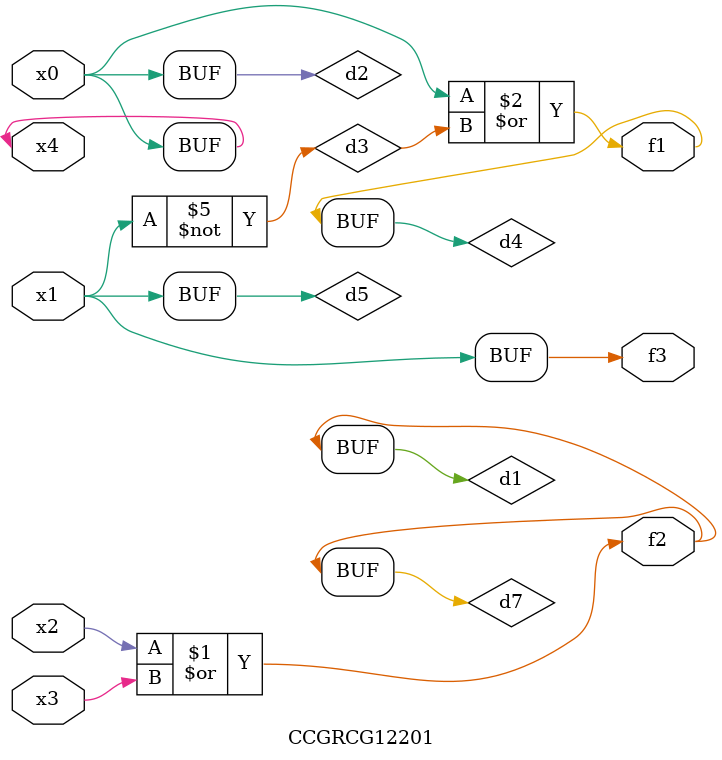
<source format=v>
module CCGRCG12201(
	input x0, x1, x2, x3, x4,
	output f1, f2, f3
);

	wire d1, d2, d3, d4, d5, d6, d7;

	or (d1, x2, x3);
	buf (d2, x0, x4);
	not (d3, x1);
	or (d4, d2, d3);
	not (d5, d3);
	nand (d6, d1, d3);
	or (d7, d1);
	assign f1 = d4;
	assign f2 = d7;
	assign f3 = d5;
endmodule

</source>
